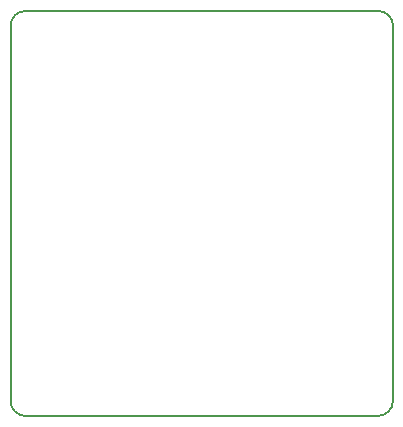
<source format=gbr>
G04 #@! TF.GenerationSoftware,KiCad,Pcbnew,5.0.2+dfsg1-1~bpo9+1*
G04 #@! TF.CreationDate,2020-10-14T23:05:51+08:00*
G04 #@! TF.ProjectId,BC108 NPN Fuzz Face,42433130-3820-44e5-904e-2046757a7a20,rev?*
G04 #@! TF.SameCoordinates,Original*
G04 #@! TF.FileFunction,Profile,NP*
%FSLAX46Y46*%
G04 Gerber Fmt 4.6, Leading zero omitted, Abs format (unit mm)*
G04 Created by KiCad (PCBNEW 5.0.2+dfsg1-1~bpo9+1) date Wednesday, 14 October, 2020 11:05:51 PM PST*
%MOMM*%
%LPD*%
G01*
G04 APERTURE LIST*
%ADD10C,0.150000*%
G04 APERTURE END LIST*
D10*
X119380000Y-80645000D02*
G75*
G02X118110000Y-79375000I0J1270000D01*
G01*
X150495000Y-79375000D02*
G75*
G02X149225000Y-80645000I-1270000J0D01*
G01*
X149225000Y-46355000D02*
G75*
G02X150495000Y-47625000I0J-1270000D01*
G01*
X118110000Y-47625000D02*
G75*
G02X119380000Y-46355000I1270000J0D01*
G01*
X118110000Y-79375000D02*
X118110000Y-47625000D01*
X149225000Y-80645000D02*
X119380000Y-80645000D01*
X150495000Y-47625000D02*
X150495000Y-79375000D01*
X119380000Y-46355000D02*
X149225000Y-46355000D01*
M02*

</source>
